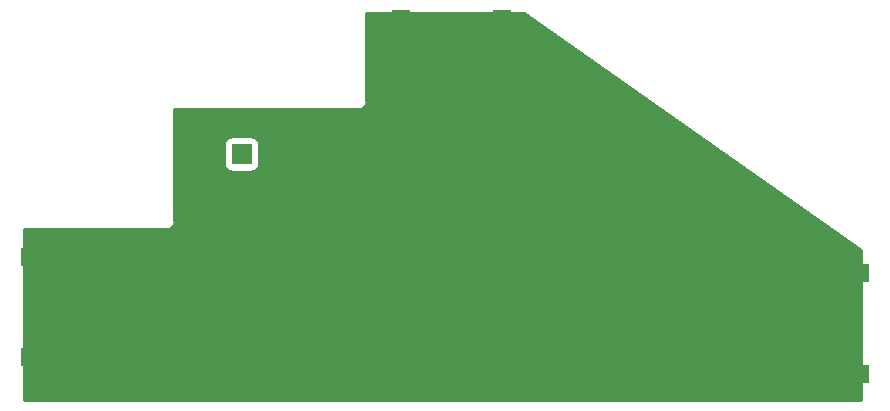
<source format=gbr>
G04 #@! TF.GenerationSoftware,KiCad,Pcbnew,(5.1.5)-3*
G04 #@! TF.CreationDate,2020-02-26T18:38:17-08:00*
G04 #@! TF.ProjectId,Rev0.1,52657630-2e31-42e6-9b69-6361645f7063,rev?*
G04 #@! TF.SameCoordinates,Original*
G04 #@! TF.FileFunction,Copper,L2,Bot*
G04 #@! TF.FilePolarity,Positive*
%FSLAX46Y46*%
G04 Gerber Fmt 4.6, Leading zero omitted, Abs format (unit mm)*
G04 Created by KiCad (PCBNEW (5.1.5)-3) date 2020-02-26 18:38:17*
%MOMM*%
%LPD*%
G04 APERTURE LIST*
%ADD10R,5.080000X1.500000*%
%ADD11R,1.500000X5.080000*%
%ADD12R,1.700000X1.700000*%
%ADD13O,1.700000X1.700000*%
%ADD14C,0.800000*%
%ADD15C,0.254000*%
G04 APERTURE END LIST*
D10*
X102489000Y-82745000D03*
X102489000Y-91245000D03*
D11*
X140648000Y-64389000D03*
X132148000Y-64389000D03*
D10*
X169164000Y-84142000D03*
X169164000Y-92642000D03*
D12*
X118618000Y-74041000D03*
D13*
X121158000Y-74041000D03*
D14*
X129032000Y-78232000D03*
X152908000Y-75184000D03*
D15*
G36*
X171044001Y-82131140D02*
G01*
X171044000Y-94844000D01*
X100228000Y-94844000D01*
X100228000Y-80416000D01*
X112235581Y-80416000D01*
X112268000Y-80419193D01*
X112300419Y-80416000D01*
X112397383Y-80406450D01*
X112521793Y-80368710D01*
X112636450Y-80307425D01*
X112736948Y-80224948D01*
X112819425Y-80124450D01*
X112880710Y-80009793D01*
X112918450Y-79885383D01*
X112931193Y-79756000D01*
X112928000Y-79723581D01*
X112928000Y-73191000D01*
X117129928Y-73191000D01*
X117129928Y-74891000D01*
X117142188Y-75015482D01*
X117178498Y-75135180D01*
X117237463Y-75245494D01*
X117316815Y-75342185D01*
X117413506Y-75421537D01*
X117523820Y-75480502D01*
X117643518Y-75516812D01*
X117768000Y-75529072D01*
X119468000Y-75529072D01*
X119592482Y-75516812D01*
X119712180Y-75480502D01*
X119822494Y-75421537D01*
X119919185Y-75342185D01*
X119998537Y-75245494D01*
X120057502Y-75135180D01*
X120093812Y-75015482D01*
X120106072Y-74891000D01*
X120106072Y-73191000D01*
X120093812Y-73066518D01*
X120057502Y-72946820D01*
X119998537Y-72836506D01*
X119919185Y-72739815D01*
X119822494Y-72660463D01*
X119712180Y-72601498D01*
X119592482Y-72565188D01*
X119468000Y-72552928D01*
X117768000Y-72552928D01*
X117643518Y-72565188D01*
X117523820Y-72601498D01*
X117413506Y-72660463D01*
X117316815Y-72739815D01*
X117237463Y-72836506D01*
X117178498Y-72946820D01*
X117142188Y-73066518D01*
X117129928Y-73191000D01*
X112928000Y-73191000D01*
X112928000Y-70256000D01*
X128491581Y-70256000D01*
X128524000Y-70259193D01*
X128556419Y-70256000D01*
X128653383Y-70246450D01*
X128777793Y-70208710D01*
X128892450Y-70147425D01*
X128992948Y-70064948D01*
X129075425Y-69964450D01*
X129136710Y-69849793D01*
X129174450Y-69725383D01*
X129187193Y-69596000D01*
X129184000Y-69563581D01*
X129184000Y-62128000D01*
X142539527Y-62128000D01*
X171044001Y-82131140D01*
G37*
X171044001Y-82131140D02*
X171044000Y-94844000D01*
X100228000Y-94844000D01*
X100228000Y-80416000D01*
X112235581Y-80416000D01*
X112268000Y-80419193D01*
X112300419Y-80416000D01*
X112397383Y-80406450D01*
X112521793Y-80368710D01*
X112636450Y-80307425D01*
X112736948Y-80224948D01*
X112819425Y-80124450D01*
X112880710Y-80009793D01*
X112918450Y-79885383D01*
X112931193Y-79756000D01*
X112928000Y-79723581D01*
X112928000Y-73191000D01*
X117129928Y-73191000D01*
X117129928Y-74891000D01*
X117142188Y-75015482D01*
X117178498Y-75135180D01*
X117237463Y-75245494D01*
X117316815Y-75342185D01*
X117413506Y-75421537D01*
X117523820Y-75480502D01*
X117643518Y-75516812D01*
X117768000Y-75529072D01*
X119468000Y-75529072D01*
X119592482Y-75516812D01*
X119712180Y-75480502D01*
X119822494Y-75421537D01*
X119919185Y-75342185D01*
X119998537Y-75245494D01*
X120057502Y-75135180D01*
X120093812Y-75015482D01*
X120106072Y-74891000D01*
X120106072Y-73191000D01*
X120093812Y-73066518D01*
X120057502Y-72946820D01*
X119998537Y-72836506D01*
X119919185Y-72739815D01*
X119822494Y-72660463D01*
X119712180Y-72601498D01*
X119592482Y-72565188D01*
X119468000Y-72552928D01*
X117768000Y-72552928D01*
X117643518Y-72565188D01*
X117523820Y-72601498D01*
X117413506Y-72660463D01*
X117316815Y-72739815D01*
X117237463Y-72836506D01*
X117178498Y-72946820D01*
X117142188Y-73066518D01*
X117129928Y-73191000D01*
X112928000Y-73191000D01*
X112928000Y-70256000D01*
X128491581Y-70256000D01*
X128524000Y-70259193D01*
X128556419Y-70256000D01*
X128653383Y-70246450D01*
X128777793Y-70208710D01*
X128892450Y-70147425D01*
X128992948Y-70064948D01*
X129075425Y-69964450D01*
X129136710Y-69849793D01*
X129174450Y-69725383D01*
X129187193Y-69596000D01*
X129184000Y-69563581D01*
X129184000Y-62128000D01*
X142539527Y-62128000D01*
X171044001Y-82131140D01*
M02*

</source>
